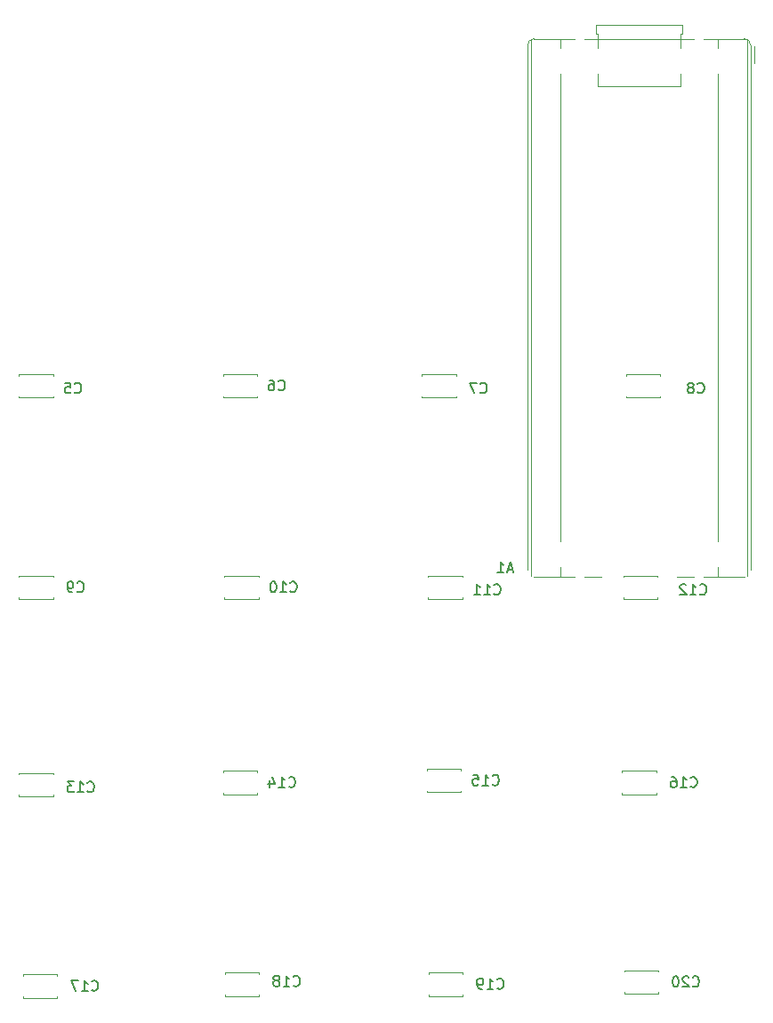
<source format=gbr>
%TF.GenerationSoftware,KiCad,Pcbnew,9.0.2*%
%TF.CreationDate,2025-06-11T10:15:39-07:00*%
%TF.ProjectId,west_workshop_2025,77657374-5f77-46f7-926b-73686f705f32,888*%
%TF.SameCoordinates,Original*%
%TF.FileFunction,Legend,Bot*%
%TF.FilePolarity,Positive*%
%FSLAX46Y46*%
G04 Gerber Fmt 4.6, Leading zero omitted, Abs format (unit mm)*
G04 Created by KiCad (PCBNEW 9.0.2) date 2025-06-11 10:15:39*
%MOMM*%
%LPD*%
G01*
G04 APERTURE LIST*
%ADD10C,0.150000*%
%ADD11C,0.120000*%
G04 APERTURE END LIST*
D10*
X107352857Y-123409501D02*
X107400476Y-123457121D01*
X107400476Y-123457121D02*
X107543333Y-123504740D01*
X107543333Y-123504740D02*
X107638571Y-123504740D01*
X107638571Y-123504740D02*
X107781428Y-123457121D01*
X107781428Y-123457121D02*
X107876666Y-123361882D01*
X107876666Y-123361882D02*
X107924285Y-123266644D01*
X107924285Y-123266644D02*
X107971904Y-123076168D01*
X107971904Y-123076168D02*
X107971904Y-122933311D01*
X107971904Y-122933311D02*
X107924285Y-122742835D01*
X107924285Y-122742835D02*
X107876666Y-122647597D01*
X107876666Y-122647597D02*
X107781428Y-122552359D01*
X107781428Y-122552359D02*
X107638571Y-122504740D01*
X107638571Y-122504740D02*
X107543333Y-122504740D01*
X107543333Y-122504740D02*
X107400476Y-122552359D01*
X107400476Y-122552359D02*
X107352857Y-122599978D01*
X106400476Y-123504740D02*
X106971904Y-123504740D01*
X106686190Y-123504740D02*
X106686190Y-122504740D01*
X106686190Y-122504740D02*
X106781428Y-122647597D01*
X106781428Y-122647597D02*
X106876666Y-122742835D01*
X106876666Y-122742835D02*
X106971904Y-122790454D01*
X105781428Y-122504740D02*
X105686190Y-122504740D01*
X105686190Y-122504740D02*
X105590952Y-122552359D01*
X105590952Y-122552359D02*
X105543333Y-122599978D01*
X105543333Y-122599978D02*
X105495714Y-122695216D01*
X105495714Y-122695216D02*
X105448095Y-122885692D01*
X105448095Y-122885692D02*
X105448095Y-123123787D01*
X105448095Y-123123787D02*
X105495714Y-123314263D01*
X105495714Y-123314263D02*
X105543333Y-123409501D01*
X105543333Y-123409501D02*
X105590952Y-123457121D01*
X105590952Y-123457121D02*
X105686190Y-123504740D01*
X105686190Y-123504740D02*
X105781428Y-123504740D01*
X105781428Y-123504740D02*
X105876666Y-123457121D01*
X105876666Y-123457121D02*
X105924285Y-123409501D01*
X105924285Y-123409501D02*
X105971904Y-123314263D01*
X105971904Y-123314263D02*
X106019523Y-123123787D01*
X106019523Y-123123787D02*
X106019523Y-122885692D01*
X106019523Y-122885692D02*
X105971904Y-122695216D01*
X105971904Y-122695216D02*
X105924285Y-122599978D01*
X105924285Y-122599978D02*
X105876666Y-122552359D01*
X105876666Y-122552359D02*
X105781428Y-122504740D01*
X88452857Y-161409501D02*
X88500476Y-161457121D01*
X88500476Y-161457121D02*
X88643333Y-161504740D01*
X88643333Y-161504740D02*
X88738571Y-161504740D01*
X88738571Y-161504740D02*
X88881428Y-161457121D01*
X88881428Y-161457121D02*
X88976666Y-161361882D01*
X88976666Y-161361882D02*
X89024285Y-161266644D01*
X89024285Y-161266644D02*
X89071904Y-161076168D01*
X89071904Y-161076168D02*
X89071904Y-160933311D01*
X89071904Y-160933311D02*
X89024285Y-160742835D01*
X89024285Y-160742835D02*
X88976666Y-160647597D01*
X88976666Y-160647597D02*
X88881428Y-160552359D01*
X88881428Y-160552359D02*
X88738571Y-160504740D01*
X88738571Y-160504740D02*
X88643333Y-160504740D01*
X88643333Y-160504740D02*
X88500476Y-160552359D01*
X88500476Y-160552359D02*
X88452857Y-160599978D01*
X87500476Y-161504740D02*
X88071904Y-161504740D01*
X87786190Y-161504740D02*
X87786190Y-160504740D01*
X87786190Y-160504740D02*
X87881428Y-160647597D01*
X87881428Y-160647597D02*
X87976666Y-160742835D01*
X87976666Y-160742835D02*
X88071904Y-160790454D01*
X87167142Y-160504740D02*
X86500476Y-160504740D01*
X86500476Y-160504740D02*
X86929047Y-161504740D01*
X146352857Y-123659501D02*
X146400476Y-123707121D01*
X146400476Y-123707121D02*
X146543333Y-123754740D01*
X146543333Y-123754740D02*
X146638571Y-123754740D01*
X146638571Y-123754740D02*
X146781428Y-123707121D01*
X146781428Y-123707121D02*
X146876666Y-123611882D01*
X146876666Y-123611882D02*
X146924285Y-123516644D01*
X146924285Y-123516644D02*
X146971904Y-123326168D01*
X146971904Y-123326168D02*
X146971904Y-123183311D01*
X146971904Y-123183311D02*
X146924285Y-122992835D01*
X146924285Y-122992835D02*
X146876666Y-122897597D01*
X146876666Y-122897597D02*
X146781428Y-122802359D01*
X146781428Y-122802359D02*
X146638571Y-122754740D01*
X146638571Y-122754740D02*
X146543333Y-122754740D01*
X146543333Y-122754740D02*
X146400476Y-122802359D01*
X146400476Y-122802359D02*
X146352857Y-122849978D01*
X145400476Y-123754740D02*
X145971904Y-123754740D01*
X145686190Y-123754740D02*
X145686190Y-122754740D01*
X145686190Y-122754740D02*
X145781428Y-122897597D01*
X145781428Y-122897597D02*
X145876666Y-122992835D01*
X145876666Y-122992835D02*
X145971904Y-123040454D01*
X145019523Y-122849978D02*
X144971904Y-122802359D01*
X144971904Y-122802359D02*
X144876666Y-122754740D01*
X144876666Y-122754740D02*
X144638571Y-122754740D01*
X144638571Y-122754740D02*
X144543333Y-122802359D01*
X144543333Y-122802359D02*
X144495714Y-122849978D01*
X144495714Y-122849978D02*
X144448095Y-122945216D01*
X144448095Y-122945216D02*
X144448095Y-123040454D01*
X144448095Y-123040454D02*
X144495714Y-123183311D01*
X144495714Y-123183311D02*
X145067142Y-123754740D01*
X145067142Y-123754740D02*
X144448095Y-123754740D01*
X127052857Y-161209501D02*
X127100476Y-161257121D01*
X127100476Y-161257121D02*
X127243333Y-161304740D01*
X127243333Y-161304740D02*
X127338571Y-161304740D01*
X127338571Y-161304740D02*
X127481428Y-161257121D01*
X127481428Y-161257121D02*
X127576666Y-161161882D01*
X127576666Y-161161882D02*
X127624285Y-161066644D01*
X127624285Y-161066644D02*
X127671904Y-160876168D01*
X127671904Y-160876168D02*
X127671904Y-160733311D01*
X127671904Y-160733311D02*
X127624285Y-160542835D01*
X127624285Y-160542835D02*
X127576666Y-160447597D01*
X127576666Y-160447597D02*
X127481428Y-160352359D01*
X127481428Y-160352359D02*
X127338571Y-160304740D01*
X127338571Y-160304740D02*
X127243333Y-160304740D01*
X127243333Y-160304740D02*
X127100476Y-160352359D01*
X127100476Y-160352359D02*
X127052857Y-160399978D01*
X126100476Y-161304740D02*
X126671904Y-161304740D01*
X126386190Y-161304740D02*
X126386190Y-160304740D01*
X126386190Y-160304740D02*
X126481428Y-160447597D01*
X126481428Y-160447597D02*
X126576666Y-160542835D01*
X126576666Y-160542835D02*
X126671904Y-160590454D01*
X125624285Y-161304740D02*
X125433809Y-161304740D01*
X125433809Y-161304740D02*
X125338571Y-161257121D01*
X125338571Y-161257121D02*
X125290952Y-161209501D01*
X125290952Y-161209501D02*
X125195714Y-161066644D01*
X125195714Y-161066644D02*
X125148095Y-160876168D01*
X125148095Y-160876168D02*
X125148095Y-160495216D01*
X125148095Y-160495216D02*
X125195714Y-160399978D01*
X125195714Y-160399978D02*
X125243333Y-160352359D01*
X125243333Y-160352359D02*
X125338571Y-160304740D01*
X125338571Y-160304740D02*
X125529047Y-160304740D01*
X125529047Y-160304740D02*
X125624285Y-160352359D01*
X125624285Y-160352359D02*
X125671904Y-160399978D01*
X125671904Y-160399978D02*
X125719523Y-160495216D01*
X125719523Y-160495216D02*
X125719523Y-160733311D01*
X125719523Y-160733311D02*
X125671904Y-160828549D01*
X125671904Y-160828549D02*
X125624285Y-160876168D01*
X125624285Y-160876168D02*
X125529047Y-160923787D01*
X125529047Y-160923787D02*
X125338571Y-160923787D01*
X125338571Y-160923787D02*
X125243333Y-160876168D01*
X125243333Y-160876168D02*
X125195714Y-160828549D01*
X125195714Y-160828549D02*
X125148095Y-160733311D01*
X106226666Y-104209501D02*
X106274285Y-104257121D01*
X106274285Y-104257121D02*
X106417142Y-104304740D01*
X106417142Y-104304740D02*
X106512380Y-104304740D01*
X106512380Y-104304740D02*
X106655237Y-104257121D01*
X106655237Y-104257121D02*
X106750475Y-104161882D01*
X106750475Y-104161882D02*
X106798094Y-104066644D01*
X106798094Y-104066644D02*
X106845713Y-103876168D01*
X106845713Y-103876168D02*
X106845713Y-103733311D01*
X106845713Y-103733311D02*
X106798094Y-103542835D01*
X106798094Y-103542835D02*
X106750475Y-103447597D01*
X106750475Y-103447597D02*
X106655237Y-103352359D01*
X106655237Y-103352359D02*
X106512380Y-103304740D01*
X106512380Y-103304740D02*
X106417142Y-103304740D01*
X106417142Y-103304740D02*
X106274285Y-103352359D01*
X106274285Y-103352359D02*
X106226666Y-103399978D01*
X105369523Y-103304740D02*
X105559999Y-103304740D01*
X105559999Y-103304740D02*
X105655237Y-103352359D01*
X105655237Y-103352359D02*
X105702856Y-103399978D01*
X105702856Y-103399978D02*
X105798094Y-103542835D01*
X105798094Y-103542835D02*
X105845713Y-103733311D01*
X105845713Y-103733311D02*
X105845713Y-104114263D01*
X105845713Y-104114263D02*
X105798094Y-104209501D01*
X105798094Y-104209501D02*
X105750475Y-104257121D01*
X105750475Y-104257121D02*
X105655237Y-104304740D01*
X105655237Y-104304740D02*
X105464761Y-104304740D01*
X105464761Y-104304740D02*
X105369523Y-104257121D01*
X105369523Y-104257121D02*
X105321904Y-104209501D01*
X105321904Y-104209501D02*
X105274285Y-104114263D01*
X105274285Y-104114263D02*
X105274285Y-103876168D01*
X105274285Y-103876168D02*
X105321904Y-103780930D01*
X105321904Y-103780930D02*
X105369523Y-103733311D01*
X105369523Y-103733311D02*
X105464761Y-103685692D01*
X105464761Y-103685692D02*
X105655237Y-103685692D01*
X105655237Y-103685692D02*
X105750475Y-103733311D01*
X105750475Y-103733311D02*
X105798094Y-103780930D01*
X105798094Y-103780930D02*
X105845713Y-103876168D01*
X86826666Y-104459501D02*
X86874285Y-104507121D01*
X86874285Y-104507121D02*
X87017142Y-104554740D01*
X87017142Y-104554740D02*
X87112380Y-104554740D01*
X87112380Y-104554740D02*
X87255237Y-104507121D01*
X87255237Y-104507121D02*
X87350475Y-104411882D01*
X87350475Y-104411882D02*
X87398094Y-104316644D01*
X87398094Y-104316644D02*
X87445713Y-104126168D01*
X87445713Y-104126168D02*
X87445713Y-103983311D01*
X87445713Y-103983311D02*
X87398094Y-103792835D01*
X87398094Y-103792835D02*
X87350475Y-103697597D01*
X87350475Y-103697597D02*
X87255237Y-103602359D01*
X87255237Y-103602359D02*
X87112380Y-103554740D01*
X87112380Y-103554740D02*
X87017142Y-103554740D01*
X87017142Y-103554740D02*
X86874285Y-103602359D01*
X86874285Y-103602359D02*
X86826666Y-103649978D01*
X85921904Y-103554740D02*
X86398094Y-103554740D01*
X86398094Y-103554740D02*
X86445713Y-104030930D01*
X86445713Y-104030930D02*
X86398094Y-103983311D01*
X86398094Y-103983311D02*
X86302856Y-103935692D01*
X86302856Y-103935692D02*
X86064761Y-103935692D01*
X86064761Y-103935692D02*
X85969523Y-103983311D01*
X85969523Y-103983311D02*
X85921904Y-104030930D01*
X85921904Y-104030930D02*
X85874285Y-104126168D01*
X85874285Y-104126168D02*
X85874285Y-104364263D01*
X85874285Y-104364263D02*
X85921904Y-104459501D01*
X85921904Y-104459501D02*
X85969523Y-104507121D01*
X85969523Y-104507121D02*
X86064761Y-104554740D01*
X86064761Y-104554740D02*
X86302856Y-104554740D01*
X86302856Y-104554740D02*
X86398094Y-104507121D01*
X86398094Y-104507121D02*
X86445713Y-104459501D01*
X146126666Y-104459501D02*
X146174285Y-104507121D01*
X146174285Y-104507121D02*
X146317142Y-104554740D01*
X146317142Y-104554740D02*
X146412380Y-104554740D01*
X146412380Y-104554740D02*
X146555237Y-104507121D01*
X146555237Y-104507121D02*
X146650475Y-104411882D01*
X146650475Y-104411882D02*
X146698094Y-104316644D01*
X146698094Y-104316644D02*
X146745713Y-104126168D01*
X146745713Y-104126168D02*
X146745713Y-103983311D01*
X146745713Y-103983311D02*
X146698094Y-103792835D01*
X146698094Y-103792835D02*
X146650475Y-103697597D01*
X146650475Y-103697597D02*
X146555237Y-103602359D01*
X146555237Y-103602359D02*
X146412380Y-103554740D01*
X146412380Y-103554740D02*
X146317142Y-103554740D01*
X146317142Y-103554740D02*
X146174285Y-103602359D01*
X146174285Y-103602359D02*
X146126666Y-103649978D01*
X145555237Y-103983311D02*
X145650475Y-103935692D01*
X145650475Y-103935692D02*
X145698094Y-103888073D01*
X145698094Y-103888073D02*
X145745713Y-103792835D01*
X145745713Y-103792835D02*
X145745713Y-103745216D01*
X145745713Y-103745216D02*
X145698094Y-103649978D01*
X145698094Y-103649978D02*
X145650475Y-103602359D01*
X145650475Y-103602359D02*
X145555237Y-103554740D01*
X145555237Y-103554740D02*
X145364761Y-103554740D01*
X145364761Y-103554740D02*
X145269523Y-103602359D01*
X145269523Y-103602359D02*
X145221904Y-103649978D01*
X145221904Y-103649978D02*
X145174285Y-103745216D01*
X145174285Y-103745216D02*
X145174285Y-103792835D01*
X145174285Y-103792835D02*
X145221904Y-103888073D01*
X145221904Y-103888073D02*
X145269523Y-103935692D01*
X145269523Y-103935692D02*
X145364761Y-103983311D01*
X145364761Y-103983311D02*
X145555237Y-103983311D01*
X145555237Y-103983311D02*
X145650475Y-104030930D01*
X145650475Y-104030930D02*
X145698094Y-104078549D01*
X145698094Y-104078549D02*
X145745713Y-104173787D01*
X145745713Y-104173787D02*
X145745713Y-104364263D01*
X145745713Y-104364263D02*
X145698094Y-104459501D01*
X145698094Y-104459501D02*
X145650475Y-104507121D01*
X145650475Y-104507121D02*
X145555237Y-104554740D01*
X145555237Y-104554740D02*
X145364761Y-104554740D01*
X145364761Y-104554740D02*
X145269523Y-104507121D01*
X145269523Y-104507121D02*
X145221904Y-104459501D01*
X145221904Y-104459501D02*
X145174285Y-104364263D01*
X145174285Y-104364263D02*
X145174285Y-104173787D01*
X145174285Y-104173787D02*
X145221904Y-104078549D01*
X145221904Y-104078549D02*
X145269523Y-104030930D01*
X145269523Y-104030930D02*
X145364761Y-103983311D01*
X126602857Y-141809501D02*
X126650476Y-141857121D01*
X126650476Y-141857121D02*
X126793333Y-141904740D01*
X126793333Y-141904740D02*
X126888571Y-141904740D01*
X126888571Y-141904740D02*
X127031428Y-141857121D01*
X127031428Y-141857121D02*
X127126666Y-141761882D01*
X127126666Y-141761882D02*
X127174285Y-141666644D01*
X127174285Y-141666644D02*
X127221904Y-141476168D01*
X127221904Y-141476168D02*
X127221904Y-141333311D01*
X127221904Y-141333311D02*
X127174285Y-141142835D01*
X127174285Y-141142835D02*
X127126666Y-141047597D01*
X127126666Y-141047597D02*
X127031428Y-140952359D01*
X127031428Y-140952359D02*
X126888571Y-140904740D01*
X126888571Y-140904740D02*
X126793333Y-140904740D01*
X126793333Y-140904740D02*
X126650476Y-140952359D01*
X126650476Y-140952359D02*
X126602857Y-140999978D01*
X125650476Y-141904740D02*
X126221904Y-141904740D01*
X125936190Y-141904740D02*
X125936190Y-140904740D01*
X125936190Y-140904740D02*
X126031428Y-141047597D01*
X126031428Y-141047597D02*
X126126666Y-141142835D01*
X126126666Y-141142835D02*
X126221904Y-141190454D01*
X124745714Y-140904740D02*
X125221904Y-140904740D01*
X125221904Y-140904740D02*
X125269523Y-141380930D01*
X125269523Y-141380930D02*
X125221904Y-141333311D01*
X125221904Y-141333311D02*
X125126666Y-141285692D01*
X125126666Y-141285692D02*
X124888571Y-141285692D01*
X124888571Y-141285692D02*
X124793333Y-141333311D01*
X124793333Y-141333311D02*
X124745714Y-141380930D01*
X124745714Y-141380930D02*
X124698095Y-141476168D01*
X124698095Y-141476168D02*
X124698095Y-141714263D01*
X124698095Y-141714263D02*
X124745714Y-141809501D01*
X124745714Y-141809501D02*
X124793333Y-141857121D01*
X124793333Y-141857121D02*
X124888571Y-141904740D01*
X124888571Y-141904740D02*
X125126666Y-141904740D01*
X125126666Y-141904740D02*
X125221904Y-141857121D01*
X125221904Y-141857121D02*
X125269523Y-141809501D01*
X145452857Y-142009501D02*
X145500476Y-142057121D01*
X145500476Y-142057121D02*
X145643333Y-142104740D01*
X145643333Y-142104740D02*
X145738571Y-142104740D01*
X145738571Y-142104740D02*
X145881428Y-142057121D01*
X145881428Y-142057121D02*
X145976666Y-141961882D01*
X145976666Y-141961882D02*
X146024285Y-141866644D01*
X146024285Y-141866644D02*
X146071904Y-141676168D01*
X146071904Y-141676168D02*
X146071904Y-141533311D01*
X146071904Y-141533311D02*
X146024285Y-141342835D01*
X146024285Y-141342835D02*
X145976666Y-141247597D01*
X145976666Y-141247597D02*
X145881428Y-141152359D01*
X145881428Y-141152359D02*
X145738571Y-141104740D01*
X145738571Y-141104740D02*
X145643333Y-141104740D01*
X145643333Y-141104740D02*
X145500476Y-141152359D01*
X145500476Y-141152359D02*
X145452857Y-141199978D01*
X144500476Y-142104740D02*
X145071904Y-142104740D01*
X144786190Y-142104740D02*
X144786190Y-141104740D01*
X144786190Y-141104740D02*
X144881428Y-141247597D01*
X144881428Y-141247597D02*
X144976666Y-141342835D01*
X144976666Y-141342835D02*
X145071904Y-141390454D01*
X143643333Y-141104740D02*
X143833809Y-141104740D01*
X143833809Y-141104740D02*
X143929047Y-141152359D01*
X143929047Y-141152359D02*
X143976666Y-141199978D01*
X143976666Y-141199978D02*
X144071904Y-141342835D01*
X144071904Y-141342835D02*
X144119523Y-141533311D01*
X144119523Y-141533311D02*
X144119523Y-141914263D01*
X144119523Y-141914263D02*
X144071904Y-142009501D01*
X144071904Y-142009501D02*
X144024285Y-142057121D01*
X144024285Y-142057121D02*
X143929047Y-142104740D01*
X143929047Y-142104740D02*
X143738571Y-142104740D01*
X143738571Y-142104740D02*
X143643333Y-142057121D01*
X143643333Y-142057121D02*
X143595714Y-142009501D01*
X143595714Y-142009501D02*
X143548095Y-141914263D01*
X143548095Y-141914263D02*
X143548095Y-141676168D01*
X143548095Y-141676168D02*
X143595714Y-141580930D01*
X143595714Y-141580930D02*
X143643333Y-141533311D01*
X143643333Y-141533311D02*
X143738571Y-141485692D01*
X143738571Y-141485692D02*
X143929047Y-141485692D01*
X143929047Y-141485692D02*
X144024285Y-141533311D01*
X144024285Y-141533311D02*
X144071904Y-141580930D01*
X144071904Y-141580930D02*
X144119523Y-141676168D01*
X107652857Y-160959501D02*
X107700476Y-161007121D01*
X107700476Y-161007121D02*
X107843333Y-161054740D01*
X107843333Y-161054740D02*
X107938571Y-161054740D01*
X107938571Y-161054740D02*
X108081428Y-161007121D01*
X108081428Y-161007121D02*
X108176666Y-160911882D01*
X108176666Y-160911882D02*
X108224285Y-160816644D01*
X108224285Y-160816644D02*
X108271904Y-160626168D01*
X108271904Y-160626168D02*
X108271904Y-160483311D01*
X108271904Y-160483311D02*
X108224285Y-160292835D01*
X108224285Y-160292835D02*
X108176666Y-160197597D01*
X108176666Y-160197597D02*
X108081428Y-160102359D01*
X108081428Y-160102359D02*
X107938571Y-160054740D01*
X107938571Y-160054740D02*
X107843333Y-160054740D01*
X107843333Y-160054740D02*
X107700476Y-160102359D01*
X107700476Y-160102359D02*
X107652857Y-160149978D01*
X106700476Y-161054740D02*
X107271904Y-161054740D01*
X106986190Y-161054740D02*
X106986190Y-160054740D01*
X106986190Y-160054740D02*
X107081428Y-160197597D01*
X107081428Y-160197597D02*
X107176666Y-160292835D01*
X107176666Y-160292835D02*
X107271904Y-160340454D01*
X106129047Y-160483311D02*
X106224285Y-160435692D01*
X106224285Y-160435692D02*
X106271904Y-160388073D01*
X106271904Y-160388073D02*
X106319523Y-160292835D01*
X106319523Y-160292835D02*
X106319523Y-160245216D01*
X106319523Y-160245216D02*
X106271904Y-160149978D01*
X106271904Y-160149978D02*
X106224285Y-160102359D01*
X106224285Y-160102359D02*
X106129047Y-160054740D01*
X106129047Y-160054740D02*
X105938571Y-160054740D01*
X105938571Y-160054740D02*
X105843333Y-160102359D01*
X105843333Y-160102359D02*
X105795714Y-160149978D01*
X105795714Y-160149978D02*
X105748095Y-160245216D01*
X105748095Y-160245216D02*
X105748095Y-160292835D01*
X105748095Y-160292835D02*
X105795714Y-160388073D01*
X105795714Y-160388073D02*
X105843333Y-160435692D01*
X105843333Y-160435692D02*
X105938571Y-160483311D01*
X105938571Y-160483311D02*
X106129047Y-160483311D01*
X106129047Y-160483311D02*
X106224285Y-160530930D01*
X106224285Y-160530930D02*
X106271904Y-160578549D01*
X106271904Y-160578549D02*
X106319523Y-160673787D01*
X106319523Y-160673787D02*
X106319523Y-160864263D01*
X106319523Y-160864263D02*
X106271904Y-160959501D01*
X106271904Y-160959501D02*
X106224285Y-161007121D01*
X106224285Y-161007121D02*
X106129047Y-161054740D01*
X106129047Y-161054740D02*
X105938571Y-161054740D01*
X105938571Y-161054740D02*
X105843333Y-161007121D01*
X105843333Y-161007121D02*
X105795714Y-160959501D01*
X105795714Y-160959501D02*
X105748095Y-160864263D01*
X105748095Y-160864263D02*
X105748095Y-160673787D01*
X105748095Y-160673787D02*
X105795714Y-160578549D01*
X105795714Y-160578549D02*
X105843333Y-160530930D01*
X105843333Y-160530930D02*
X105938571Y-160483311D01*
X125426666Y-104459501D02*
X125474285Y-104507121D01*
X125474285Y-104507121D02*
X125617142Y-104554740D01*
X125617142Y-104554740D02*
X125712380Y-104554740D01*
X125712380Y-104554740D02*
X125855237Y-104507121D01*
X125855237Y-104507121D02*
X125950475Y-104411882D01*
X125950475Y-104411882D02*
X125998094Y-104316644D01*
X125998094Y-104316644D02*
X126045713Y-104126168D01*
X126045713Y-104126168D02*
X126045713Y-103983311D01*
X126045713Y-103983311D02*
X125998094Y-103792835D01*
X125998094Y-103792835D02*
X125950475Y-103697597D01*
X125950475Y-103697597D02*
X125855237Y-103602359D01*
X125855237Y-103602359D02*
X125712380Y-103554740D01*
X125712380Y-103554740D02*
X125617142Y-103554740D01*
X125617142Y-103554740D02*
X125474285Y-103602359D01*
X125474285Y-103602359D02*
X125426666Y-103649978D01*
X125093332Y-103554740D02*
X124426666Y-103554740D01*
X124426666Y-103554740D02*
X124855237Y-104554740D01*
X128523339Y-121334025D02*
X128047149Y-121334025D01*
X128618577Y-121619740D02*
X128285244Y-120619740D01*
X128285244Y-120619740D02*
X127951911Y-121619740D01*
X127094768Y-121619740D02*
X127666196Y-121619740D01*
X127380482Y-121619740D02*
X127380482Y-120619740D01*
X127380482Y-120619740D02*
X127475720Y-120762597D01*
X127475720Y-120762597D02*
X127570958Y-120857835D01*
X127570958Y-120857835D02*
X127666196Y-120905454D01*
X107202857Y-142009501D02*
X107250476Y-142057121D01*
X107250476Y-142057121D02*
X107393333Y-142104740D01*
X107393333Y-142104740D02*
X107488571Y-142104740D01*
X107488571Y-142104740D02*
X107631428Y-142057121D01*
X107631428Y-142057121D02*
X107726666Y-141961882D01*
X107726666Y-141961882D02*
X107774285Y-141866644D01*
X107774285Y-141866644D02*
X107821904Y-141676168D01*
X107821904Y-141676168D02*
X107821904Y-141533311D01*
X107821904Y-141533311D02*
X107774285Y-141342835D01*
X107774285Y-141342835D02*
X107726666Y-141247597D01*
X107726666Y-141247597D02*
X107631428Y-141152359D01*
X107631428Y-141152359D02*
X107488571Y-141104740D01*
X107488571Y-141104740D02*
X107393333Y-141104740D01*
X107393333Y-141104740D02*
X107250476Y-141152359D01*
X107250476Y-141152359D02*
X107202857Y-141199978D01*
X106250476Y-142104740D02*
X106821904Y-142104740D01*
X106536190Y-142104740D02*
X106536190Y-141104740D01*
X106536190Y-141104740D02*
X106631428Y-141247597D01*
X106631428Y-141247597D02*
X106726666Y-141342835D01*
X106726666Y-141342835D02*
X106821904Y-141390454D01*
X105393333Y-141438073D02*
X105393333Y-142104740D01*
X105631428Y-141057121D02*
X105869523Y-141771406D01*
X105869523Y-141771406D02*
X105250476Y-141771406D01*
X145652857Y-161009501D02*
X145700476Y-161057121D01*
X145700476Y-161057121D02*
X145843333Y-161104740D01*
X145843333Y-161104740D02*
X145938571Y-161104740D01*
X145938571Y-161104740D02*
X146081428Y-161057121D01*
X146081428Y-161057121D02*
X146176666Y-160961882D01*
X146176666Y-160961882D02*
X146224285Y-160866644D01*
X146224285Y-160866644D02*
X146271904Y-160676168D01*
X146271904Y-160676168D02*
X146271904Y-160533311D01*
X146271904Y-160533311D02*
X146224285Y-160342835D01*
X146224285Y-160342835D02*
X146176666Y-160247597D01*
X146176666Y-160247597D02*
X146081428Y-160152359D01*
X146081428Y-160152359D02*
X145938571Y-160104740D01*
X145938571Y-160104740D02*
X145843333Y-160104740D01*
X145843333Y-160104740D02*
X145700476Y-160152359D01*
X145700476Y-160152359D02*
X145652857Y-160199978D01*
X145271904Y-160199978D02*
X145224285Y-160152359D01*
X145224285Y-160152359D02*
X145129047Y-160104740D01*
X145129047Y-160104740D02*
X144890952Y-160104740D01*
X144890952Y-160104740D02*
X144795714Y-160152359D01*
X144795714Y-160152359D02*
X144748095Y-160199978D01*
X144748095Y-160199978D02*
X144700476Y-160295216D01*
X144700476Y-160295216D02*
X144700476Y-160390454D01*
X144700476Y-160390454D02*
X144748095Y-160533311D01*
X144748095Y-160533311D02*
X145319523Y-161104740D01*
X145319523Y-161104740D02*
X144700476Y-161104740D01*
X144081428Y-160104740D02*
X143986190Y-160104740D01*
X143986190Y-160104740D02*
X143890952Y-160152359D01*
X143890952Y-160152359D02*
X143843333Y-160199978D01*
X143843333Y-160199978D02*
X143795714Y-160295216D01*
X143795714Y-160295216D02*
X143748095Y-160485692D01*
X143748095Y-160485692D02*
X143748095Y-160723787D01*
X143748095Y-160723787D02*
X143795714Y-160914263D01*
X143795714Y-160914263D02*
X143843333Y-161009501D01*
X143843333Y-161009501D02*
X143890952Y-161057121D01*
X143890952Y-161057121D02*
X143986190Y-161104740D01*
X143986190Y-161104740D02*
X144081428Y-161104740D01*
X144081428Y-161104740D02*
X144176666Y-161057121D01*
X144176666Y-161057121D02*
X144224285Y-161009501D01*
X144224285Y-161009501D02*
X144271904Y-160914263D01*
X144271904Y-160914263D02*
X144319523Y-160723787D01*
X144319523Y-160723787D02*
X144319523Y-160485692D01*
X144319523Y-160485692D02*
X144271904Y-160295216D01*
X144271904Y-160295216D02*
X144224285Y-160199978D01*
X144224285Y-160199978D02*
X144176666Y-160152359D01*
X144176666Y-160152359D02*
X144081428Y-160104740D01*
X88052857Y-142459501D02*
X88100476Y-142507121D01*
X88100476Y-142507121D02*
X88243333Y-142554740D01*
X88243333Y-142554740D02*
X88338571Y-142554740D01*
X88338571Y-142554740D02*
X88481428Y-142507121D01*
X88481428Y-142507121D02*
X88576666Y-142411882D01*
X88576666Y-142411882D02*
X88624285Y-142316644D01*
X88624285Y-142316644D02*
X88671904Y-142126168D01*
X88671904Y-142126168D02*
X88671904Y-141983311D01*
X88671904Y-141983311D02*
X88624285Y-141792835D01*
X88624285Y-141792835D02*
X88576666Y-141697597D01*
X88576666Y-141697597D02*
X88481428Y-141602359D01*
X88481428Y-141602359D02*
X88338571Y-141554740D01*
X88338571Y-141554740D02*
X88243333Y-141554740D01*
X88243333Y-141554740D02*
X88100476Y-141602359D01*
X88100476Y-141602359D02*
X88052857Y-141649978D01*
X87100476Y-142554740D02*
X87671904Y-142554740D01*
X87386190Y-142554740D02*
X87386190Y-141554740D01*
X87386190Y-141554740D02*
X87481428Y-141697597D01*
X87481428Y-141697597D02*
X87576666Y-141792835D01*
X87576666Y-141792835D02*
X87671904Y-141840454D01*
X86767142Y-141554740D02*
X86148095Y-141554740D01*
X86148095Y-141554740D02*
X86481428Y-141935692D01*
X86481428Y-141935692D02*
X86338571Y-141935692D01*
X86338571Y-141935692D02*
X86243333Y-141983311D01*
X86243333Y-141983311D02*
X86195714Y-142030930D01*
X86195714Y-142030930D02*
X86148095Y-142126168D01*
X86148095Y-142126168D02*
X86148095Y-142364263D01*
X86148095Y-142364263D02*
X86195714Y-142459501D01*
X86195714Y-142459501D02*
X86243333Y-142507121D01*
X86243333Y-142507121D02*
X86338571Y-142554740D01*
X86338571Y-142554740D02*
X86624285Y-142554740D01*
X86624285Y-142554740D02*
X86719523Y-142507121D01*
X86719523Y-142507121D02*
X86767142Y-142459501D01*
X126752857Y-123659501D02*
X126800476Y-123707121D01*
X126800476Y-123707121D02*
X126943333Y-123754740D01*
X126943333Y-123754740D02*
X127038571Y-123754740D01*
X127038571Y-123754740D02*
X127181428Y-123707121D01*
X127181428Y-123707121D02*
X127276666Y-123611882D01*
X127276666Y-123611882D02*
X127324285Y-123516644D01*
X127324285Y-123516644D02*
X127371904Y-123326168D01*
X127371904Y-123326168D02*
X127371904Y-123183311D01*
X127371904Y-123183311D02*
X127324285Y-122992835D01*
X127324285Y-122992835D02*
X127276666Y-122897597D01*
X127276666Y-122897597D02*
X127181428Y-122802359D01*
X127181428Y-122802359D02*
X127038571Y-122754740D01*
X127038571Y-122754740D02*
X126943333Y-122754740D01*
X126943333Y-122754740D02*
X126800476Y-122802359D01*
X126800476Y-122802359D02*
X126752857Y-122849978D01*
X125800476Y-123754740D02*
X126371904Y-123754740D01*
X126086190Y-123754740D02*
X126086190Y-122754740D01*
X126086190Y-122754740D02*
X126181428Y-122897597D01*
X126181428Y-122897597D02*
X126276666Y-122992835D01*
X126276666Y-122992835D02*
X126371904Y-123040454D01*
X124848095Y-123754740D02*
X125419523Y-123754740D01*
X125133809Y-123754740D02*
X125133809Y-122754740D01*
X125133809Y-122754740D02*
X125229047Y-122897597D01*
X125229047Y-122897597D02*
X125324285Y-122992835D01*
X125324285Y-122992835D02*
X125419523Y-123040454D01*
X87076666Y-123409501D02*
X87124285Y-123457121D01*
X87124285Y-123457121D02*
X87267142Y-123504740D01*
X87267142Y-123504740D02*
X87362380Y-123504740D01*
X87362380Y-123504740D02*
X87505237Y-123457121D01*
X87505237Y-123457121D02*
X87600475Y-123361882D01*
X87600475Y-123361882D02*
X87648094Y-123266644D01*
X87648094Y-123266644D02*
X87695713Y-123076168D01*
X87695713Y-123076168D02*
X87695713Y-122933311D01*
X87695713Y-122933311D02*
X87648094Y-122742835D01*
X87648094Y-122742835D02*
X87600475Y-122647597D01*
X87600475Y-122647597D02*
X87505237Y-122552359D01*
X87505237Y-122552359D02*
X87362380Y-122504740D01*
X87362380Y-122504740D02*
X87267142Y-122504740D01*
X87267142Y-122504740D02*
X87124285Y-122552359D01*
X87124285Y-122552359D02*
X87076666Y-122599978D01*
X86600475Y-123504740D02*
X86409999Y-123504740D01*
X86409999Y-123504740D02*
X86314761Y-123457121D01*
X86314761Y-123457121D02*
X86267142Y-123409501D01*
X86267142Y-123409501D02*
X86171904Y-123266644D01*
X86171904Y-123266644D02*
X86124285Y-123076168D01*
X86124285Y-123076168D02*
X86124285Y-122695216D01*
X86124285Y-122695216D02*
X86171904Y-122599978D01*
X86171904Y-122599978D02*
X86219523Y-122552359D01*
X86219523Y-122552359D02*
X86314761Y-122504740D01*
X86314761Y-122504740D02*
X86505237Y-122504740D01*
X86505237Y-122504740D02*
X86600475Y-122552359D01*
X86600475Y-122552359D02*
X86648094Y-122599978D01*
X86648094Y-122599978D02*
X86695713Y-122695216D01*
X86695713Y-122695216D02*
X86695713Y-122933311D01*
X86695713Y-122933311D02*
X86648094Y-123028549D01*
X86648094Y-123028549D02*
X86600475Y-123076168D01*
X86600475Y-123076168D02*
X86505237Y-123123787D01*
X86505237Y-123123787D02*
X86314761Y-123123787D01*
X86314761Y-123123787D02*
X86219523Y-123076168D01*
X86219523Y-123076168D02*
X86171904Y-123028549D01*
X86171904Y-123028549D02*
X86124285Y-122933311D01*
D11*
%TO.C,C10*%
X101090000Y-121929921D02*
X101090000Y-122077921D01*
X101090000Y-124021921D02*
X101090000Y-124169921D01*
X104330000Y-121929921D02*
X101090000Y-121929921D01*
X104330000Y-121929921D02*
X104330000Y-122077921D01*
X104330000Y-124021921D02*
X104330000Y-124169921D01*
X104330000Y-124169921D02*
X101090000Y-124169921D01*
%TO.C,C17*%
X81940000Y-159929921D02*
X81940000Y-160077921D01*
X81940000Y-162021921D02*
X81940000Y-162169921D01*
X85180000Y-159929921D02*
X81940000Y-159929921D01*
X85180000Y-159929921D02*
X85180000Y-160077921D01*
X85180000Y-162021921D02*
X85180000Y-162169921D01*
X85180000Y-162169921D02*
X81940000Y-162169921D01*
%TO.C,C12*%
X139090000Y-121929921D02*
X139090000Y-122077921D01*
X139090000Y-124021921D02*
X139090000Y-124169921D01*
X142330000Y-121929921D02*
X139090000Y-121929921D01*
X142330000Y-121929921D02*
X142330000Y-122077921D01*
X142330000Y-124021921D02*
X142330000Y-124169921D01*
X142330000Y-124169921D02*
X139090000Y-124169921D01*
%TO.C,C19*%
X120540000Y-159729921D02*
X120540000Y-159877921D01*
X120540000Y-161821921D02*
X120540000Y-161969921D01*
X123780000Y-159729921D02*
X120540000Y-159729921D01*
X123780000Y-159729921D02*
X123780000Y-159877921D01*
X123780000Y-161821921D02*
X123780000Y-161969921D01*
X123780000Y-161969921D02*
X120540000Y-161969921D01*
%TO.C,C6*%
X100940000Y-102729921D02*
X100940000Y-102877921D01*
X100940000Y-104821921D02*
X100940000Y-104969921D01*
X104180000Y-102729921D02*
X100940000Y-102729921D01*
X104180000Y-102729921D02*
X104180000Y-102877921D01*
X104180000Y-104821921D02*
X104180000Y-104969921D01*
X104180000Y-104969921D02*
X100940000Y-104969921D01*
%TO.C,C5*%
X81540000Y-102729921D02*
X81540000Y-102877921D01*
X81540000Y-104821921D02*
X81540000Y-104969921D01*
X84780000Y-102729921D02*
X81540000Y-102729921D01*
X84780000Y-102729921D02*
X84780000Y-102877921D01*
X84780000Y-104821921D02*
X84780000Y-104969921D01*
X84780000Y-104969921D02*
X81540000Y-104969921D01*
%TO.C,C8*%
X139340000Y-102729921D02*
X139340000Y-102877921D01*
X139340000Y-104821921D02*
X139340000Y-104969921D01*
X142580000Y-102729921D02*
X139340000Y-102729921D01*
X142580000Y-102729921D02*
X142580000Y-102877921D01*
X142580000Y-104821921D02*
X142580000Y-104969921D01*
X142580000Y-104969921D02*
X139340000Y-104969921D01*
%TO.C,C15*%
X120340000Y-140329921D02*
X120340000Y-140477921D01*
X120340000Y-142421921D02*
X120340000Y-142569921D01*
X123580000Y-140329921D02*
X120340000Y-140329921D01*
X123580000Y-140329921D02*
X123580000Y-140477921D01*
X123580000Y-142421921D02*
X123580000Y-142569921D01*
X123580000Y-142569921D02*
X120340000Y-142569921D01*
%TO.C,C16*%
X138940000Y-140529921D02*
X138940000Y-140677921D01*
X138940000Y-142621921D02*
X138940000Y-142769921D01*
X142180000Y-140529921D02*
X138940000Y-140529921D01*
X142180000Y-140529921D02*
X142180000Y-140677921D01*
X142180000Y-142621921D02*
X142180000Y-142769921D01*
X142180000Y-142769921D02*
X138940000Y-142769921D01*
%TO.C,C18*%
X101140000Y-159729921D02*
X101140000Y-159877921D01*
X101140000Y-161821921D02*
X101140000Y-161969921D01*
X104380000Y-159729921D02*
X101140000Y-159729921D01*
X104380000Y-159729921D02*
X104380000Y-159877921D01*
X104380000Y-161821921D02*
X104380000Y-161969921D01*
X104380000Y-161969921D02*
X101140000Y-161969921D01*
%TO.C,C7*%
X119890000Y-102729921D02*
X119890000Y-102877921D01*
X119890000Y-104821921D02*
X119890000Y-104969921D01*
X123130000Y-102729921D02*
X119890000Y-102729921D01*
X123130000Y-102729921D02*
X123130000Y-102877921D01*
X123130000Y-104821921D02*
X123130000Y-104969921D01*
X123130000Y-104969921D02*
X119890000Y-104969921D01*
%TO.C,A1*%
X129950000Y-71399921D02*
X129950000Y-121399921D01*
X130290000Y-121946921D02*
X130290000Y-70852921D01*
X130560000Y-70789921D02*
X133050000Y-70789921D01*
X133050000Y-70789921D02*
X133050000Y-71703441D01*
X133050000Y-74096401D02*
X133050000Y-118703441D01*
X133050000Y-121096401D02*
X133050000Y-122009921D01*
X134397939Y-70789921D02*
X133050000Y-70789921D01*
X134397939Y-122009921D02*
X130560000Y-122009921D01*
X135322061Y-122009921D02*
X136960000Y-122009921D01*
X136325000Y-70789921D02*
X135322061Y-70789921D01*
X136450000Y-69489921D02*
X136450000Y-70309921D01*
X136450000Y-70309921D02*
X136660000Y-70309921D01*
X136660000Y-70309921D02*
X136660000Y-71705921D01*
X136660000Y-74093921D02*
X136660000Y-75309921D01*
X136660000Y-75309921D02*
X144460000Y-75309921D01*
X144160000Y-122009921D02*
X145797939Y-122009921D01*
X144460000Y-70309921D02*
X144460000Y-71705921D01*
X144460000Y-74093921D02*
X144460000Y-75309921D01*
X144670000Y-69489921D02*
X136450000Y-69489921D01*
X144670000Y-69489921D02*
X144670000Y-70309921D01*
X144670000Y-70309921D02*
X144460000Y-70309921D01*
X144795000Y-70789921D02*
X136325000Y-70789921D01*
X145797939Y-70789921D02*
X144795000Y-70789921D01*
X148070000Y-70789921D02*
X146722060Y-70789921D01*
X148070000Y-70789921D02*
X148070000Y-71703441D01*
X148070000Y-74096401D02*
X148070000Y-118703441D01*
X148070000Y-121096401D02*
X148070000Y-122009921D01*
X150560000Y-70789921D02*
X148070000Y-70789921D01*
X150560000Y-122009921D02*
X146722061Y-122009921D01*
X150830000Y-70852921D02*
X150830000Y-121946921D01*
X151170000Y-71399921D02*
X151170000Y-121399921D01*
X151490000Y-73069921D02*
X151490000Y-71469921D01*
X129950000Y-71399921D02*
G75*
G02*
X130560000Y-70789921I610000J0D01*
G01*
X150560000Y-70789921D02*
G75*
G02*
X151170000Y-71399921I0J-610000D01*
G01*
%TO.C,C14*%
X100940000Y-140529921D02*
X100940000Y-140677921D01*
X100940000Y-142621921D02*
X100940000Y-142769921D01*
X104180000Y-140529921D02*
X100940000Y-140529921D01*
X104180000Y-140529921D02*
X104180000Y-140677921D01*
X104180000Y-142621921D02*
X104180000Y-142769921D01*
X104180000Y-142769921D02*
X100940000Y-142769921D01*
%TO.C,C20*%
X139140000Y-159529921D02*
X139140000Y-159677921D01*
X139140000Y-161621921D02*
X139140000Y-161769921D01*
X142380000Y-159529921D02*
X139140000Y-159529921D01*
X142380000Y-159529921D02*
X142380000Y-159677921D01*
X142380000Y-161621921D02*
X142380000Y-161769921D01*
X142380000Y-161769921D02*
X139140000Y-161769921D01*
%TO.C,C13*%
X81540000Y-140729921D02*
X81540000Y-140877921D01*
X81540000Y-142821921D02*
X81540000Y-142969921D01*
X84780000Y-140729921D02*
X81540000Y-140729921D01*
X84780000Y-140729921D02*
X84780000Y-140877921D01*
X84780000Y-142821921D02*
X84780000Y-142969921D01*
X84780000Y-142969921D02*
X81540000Y-142969921D01*
%TO.C,C11*%
X120490000Y-121929921D02*
X120490000Y-122077921D01*
X120490000Y-124021921D02*
X120490000Y-124169921D01*
X123730000Y-121929921D02*
X120490000Y-121929921D01*
X123730000Y-121929921D02*
X123730000Y-122077921D01*
X123730000Y-124021921D02*
X123730000Y-124169921D01*
X123730000Y-124169921D02*
X120490000Y-124169921D01*
%TO.C,C9*%
X81540000Y-121929921D02*
X81540000Y-122077921D01*
X81540000Y-124021921D02*
X81540000Y-124169921D01*
X84780000Y-121929921D02*
X81540000Y-121929921D01*
X84780000Y-121929921D02*
X84780000Y-122077921D01*
X84780000Y-124021921D02*
X84780000Y-124169921D01*
X84780000Y-124169921D02*
X81540000Y-124169921D01*
%TD*%
M02*

</source>
